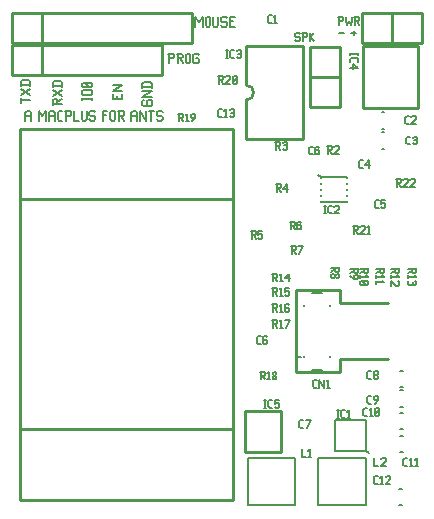
<source format=gbr>
G04 start of page 8 for group -4079 idx -4079 *
G04 Title: (unknown), topsilk *
G04 Creator: pcb 4.0.2 *
G04 CreationDate: Sun Feb  4 07:02:53 2018 UTC *
G04 For: jeroen *
G04 Format: Gerber/RS-274X *
G04 PCB-Dimensions (mil): 6000.00 5000.00 *
G04 PCB-Coordinate-Origin: lower left *
%MOIN*%
%FSLAX25Y25*%
%LNTOPSILK*%
%ADD47C,0.0060*%
%ADD46C,0.0080*%
%ADD45C,0.0059*%
%ADD44C,0.0100*%
G54D44*X437795Y202756D02*X452362D01*
Y225591D02*X468504D01*
X452362Y207087D02*X468504D01*
X452362D02*Y202756D01*
X437795Y229921D02*Y202756D01*
Y229921D02*X452362D01*
Y225591D01*
G54D45*X347638Y288951D02*Y286551D01*
Y288951D02*X348198Y289751D01*
X349078D01*
X349638Y288951D01*
Y286551D01*
X347638Y288151D02*X349638D01*
X352038Y289751D02*Y286551D01*
Y289751D02*X353238Y288151D01*
X354438Y289751D01*
Y286551D01*
X355398Y288951D02*Y286551D01*
Y288951D02*X355958Y289751D01*
X356838D01*
X357398Y288951D01*
Y286551D01*
X355398Y288151D02*X357398D01*
X358918Y286551D02*X359958D01*
X358358Y287111D02*X358918Y286551D01*
X358358Y289191D02*Y287111D01*
Y289191D02*X358918Y289751D01*
X359958D01*
X361318D02*Y286551D01*
X360918Y289751D02*X362518D01*
X362918Y289351D01*
Y288551D01*
X362518Y288151D02*X362918Y288551D01*
X361318Y288151D02*X362518D01*
X363878Y289751D02*Y286551D01*
X365478D01*
X366438Y289751D02*Y286951D01*
X366838Y286551D01*
X367638D01*
X368038Y286951D01*
Y289751D02*Y286951D01*
X370598Y289751D02*X370998Y289351D01*
X369398Y289751D02*X370598D01*
X368998Y289351D02*X369398Y289751D01*
X368998Y289351D02*Y288551D01*
X369398Y288151D01*
X370598D01*
X370998Y287751D01*
Y286951D01*
X370598Y286551D02*X370998Y286951D01*
X369398Y286551D02*X370598D01*
X368998Y286951D02*X369398Y286551D01*
X373398Y289751D02*Y286551D01*
Y289751D02*X374998D01*
X373398Y288311D02*X374598D01*
X375958Y289351D02*Y286951D01*
Y289351D02*X376358Y289751D01*
X377158D01*
X377558Y289351D01*
Y286951D01*
X377158Y286551D02*X377558Y286951D01*
X376358Y286551D02*X377158D01*
X375958Y286951D02*X376358Y286551D01*
X378518Y289751D02*X380118D01*
X380518Y289351D01*
Y288551D01*
X380118Y288151D02*X380518Y288551D01*
X378918Y288151D02*X380118D01*
X378918Y289751D02*Y286551D01*
X379558Y288151D02*X380518Y286551D01*
X382918Y288951D02*Y286551D01*
Y288951D02*X383478Y289751D01*
X384358D01*
X384918Y288951D01*
Y286551D01*
X382918Y288151D02*X384918D01*
X385878Y289751D02*Y286551D01*
Y289751D02*X387878Y286551D01*
Y289751D02*Y286551D01*
X388838Y289751D02*X390438D01*
X389638D02*Y286551D01*
X392998Y289751D02*X393398Y289351D01*
X391798Y289751D02*X392998D01*
X391398Y289351D02*X391798Y289751D01*
X391398Y289351D02*Y288551D01*
X391798Y288151D01*
X392998D01*
X393398Y287751D01*
Y286951D01*
X392998Y286551D02*X393398Y286951D01*
X391798Y286551D02*X392998D01*
X391398Y286951D02*X391798Y286551D01*
X346076Y294120D02*Y292520D01*
Y293320D02*X349276D01*
Y295080D02*X346076Y297080D01*
Y295080D02*X349276Y297080D01*
X346076Y298440D02*X349276D01*
X346076Y299480D02*X346636Y300040D01*
X348716D01*
X349276Y299480D02*X348716Y300040D01*
X349276Y299480D02*Y298040D01*
X346076Y299480D02*Y298040D01*
X356706Y293332D02*Y291732D01*
Y293332D02*X357106Y293732D01*
X357906D01*
X358306Y293332D02*X357906Y293732D01*
X358306Y293332D02*Y292132D01*
X356706D02*X359906D01*
X358306Y292772D02*X359906Y293732D01*
Y294692D02*X356706Y296692D01*
Y294692D02*X359906Y296692D01*
X356706Y298052D02*X359906D01*
X356706Y299092D02*X357266Y299652D01*
X359346D01*
X359906Y299092D02*X359346Y299652D01*
X359906Y299092D02*Y297652D01*
X356706Y299092D02*Y297652D01*
X366548Y294107D02*Y293307D01*
Y293707D02*X369748D01*
Y294107D02*Y293307D01*
X366948Y295067D02*X369348D01*
X366948D02*X366548Y295467D01*
Y296267D02*Y295467D01*
Y296267D02*X366948Y296667D01*
X369348D01*
X369748Y296267D02*X369348Y296667D01*
X369748Y296267D02*Y295467D01*
X369348Y295067D02*X369748Y295467D01*
X369348Y297627D02*X369748Y298027D01*
X366948Y297627D02*X369348D01*
X366948D02*X366548Y298027D01*
Y298827D02*Y298027D01*
Y298827D02*X366948Y299227D01*
X369348D01*
X369748Y298827D02*X369348Y299227D01*
X369748Y298827D02*Y298027D01*
X368948Y297627D02*X367348Y299227D01*
X378224Y294901D02*Y293701D01*
X379984Y295301D02*Y293701D01*
X376784D02*X379984D01*
X376784Y295301D02*Y293701D01*
Y296261D02*X379984D01*
X376784D02*X379984Y298261D01*
X376784D02*X379984D01*
X386627Y292939D02*X387027Y293339D01*
X386627Y292939D02*Y291739D01*
X387027Y291339D02*X386627Y291739D01*
X387027Y291339D02*X389427D01*
X389827Y291739D01*
Y292939D02*Y291739D01*
Y292939D02*X389427Y293339D01*
X388627D02*X389427D01*
X388227Y292939D02*X388627Y293339D01*
X388227Y292939D02*Y292139D01*
X386627Y294299D02*X389827D01*
X386627D02*X389827Y296299D01*
X386627D02*X389827D01*
X386627Y297659D02*X389827D01*
X386627Y298699D02*X387187Y299259D01*
X389267D01*
X389827Y298699D02*X389267Y299259D01*
X389827Y298699D02*Y297259D01*
X386627Y298699D02*Y297259D01*
X395479Y308846D02*Y305646D01*
X395079Y308846D02*X396679D01*
X397079Y308446D01*
Y307646D01*
X396679Y307246D02*X397079Y307646D01*
X395479Y307246D02*X396679D01*
X398039Y308846D02*X399639D01*
X400039Y308446D01*
Y307646D01*
X399639Y307246D02*X400039Y307646D01*
X398439Y307246D02*X399639D01*
X398439Y308846D02*Y305646D01*
X399079Y307246D02*X400039Y305646D01*
X400999Y308446D02*Y306046D01*
Y308446D02*X401399Y308846D01*
X402199D01*
X402599Y308446D01*
Y306046D01*
X402199Y305646D02*X402599Y306046D01*
X401399Y305646D02*X402199D01*
X400999Y306046D02*X401399Y305646D01*
X405159Y308846D02*X405559Y308446D01*
X403959Y308846D02*X405159D01*
X403559Y308446D02*X403959Y308846D01*
X403559Y308446D02*Y306046D01*
X403959Y305646D01*
X405159D01*
X405559Y306046D01*
Y306846D02*Y306046D01*
X405159Y307246D02*X405559Y306846D01*
X404359Y307246D02*X405159D01*
X404331Y321050D02*Y317850D01*
Y321050D02*X405531Y319450D01*
X406731Y321050D01*
Y317850D01*
X407691Y320650D02*Y318250D01*
Y320650D02*X408091Y321050D01*
X408891D01*
X409291Y320650D01*
Y318250D01*
X408891Y317850D02*X409291Y318250D01*
X408091Y317850D02*X408891D01*
X407691Y318250D02*X408091Y317850D01*
X410251Y321050D02*Y318250D01*
X410651Y317850D01*
X411451D01*
X411851Y318250D01*
Y321050D02*Y318250D01*
X414411Y321050D02*X414811Y320650D01*
X413211Y321050D02*X414411D01*
X412811Y320650D02*X413211Y321050D01*
X412811Y320650D02*Y319850D01*
X413211Y319450D01*
X414411D01*
X414811Y319050D01*
Y318250D01*
X414411Y317850D02*X414811Y318250D01*
X413211Y317850D02*X414411D01*
X412811Y318250D02*X413211Y317850D01*
X415771Y319610D02*X416971D01*
X415771Y317850D02*X417371D01*
X415771Y321050D02*Y317850D01*
Y321050D02*X417371D01*
X452256Y315722D02*X453856D01*
X456256D02*X457856D01*
X457056Y316522D02*Y314922D01*
G54D44*X345961Y160110D02*X416827D01*
X345961Y260504D02*Y160110D01*
Y260504D02*X416827D01*
Y160110D01*
X345961Y183732D02*X416827D01*
X345961Y260504D02*Y283732D01*
X416827D01*
Y260504D01*
X459803Y312323D02*X479803D01*
Y322323D02*Y312323D01*
X459803Y322323D02*X479803D01*
X459803D02*Y312323D01*
X469803Y322323D02*Y312323D01*
X459803Y322323D02*X469803D01*
X343110Y301772D02*X393110D01*
Y311772D02*Y301772D01*
X343110Y311772D02*X393110D01*
X343110D02*Y301772D01*
X353110Y311772D02*Y301772D01*
X343110Y311772D02*X353110D01*
X343110Y312323D02*X403110D01*
Y322323D02*Y312323D01*
X343110Y322323D02*X403110D01*
X343110D02*Y312323D01*
X353110Y322323D02*Y312323D01*
X343110Y322323D02*X353110D01*
X460191Y311287D02*Y290587D01*
X478491D01*
Y311287D01*
X460191D01*
G54D46*X466342Y289374D02*X467128D01*
X466342Y283864D02*X467128D01*
G54D44*X421209Y280366D02*X440209D01*
Y311366D02*Y280366D01*
X421209Y311366D02*X440209D01*
X421209Y293366D02*Y280366D01*
Y311366D02*Y298366D01*
Y293366D02*G75*G03X421209Y298366I0J2500D01*G01*
X442638Y311102D02*Y291102D01*
X452638D01*
Y311102D01*
X442638D01*
Y301102D02*X452638D01*
Y311102D01*
G54D46*X466342Y282681D02*X467128D01*
X466342Y277171D02*X467128D01*
G54D47*X446063Y267717D02*X454724D01*
Y267323D01*
Y265748D02*Y265354D01*
Y263780D02*Y263386D01*
Y261811D02*Y261417D01*
Y259843D02*Y259449D01*
X446063D01*
Y259843D01*
Y261417D02*Y261811D01*
Y263386D02*Y263780D01*
Y265354D02*Y265748D01*
Y267323D02*Y267717D01*
X445276Y268504D01*
X438583Y207677D02*X439370D01*
X449016Y208071D02*Y207677D01*
X443110Y203543D02*X446457D01*
X440354Y208071D02*Y207677D01*
X449016Y225000D02*Y224606D01*
X443110Y229134D02*X446457D01*
X440354Y225000D02*Y224606D01*
G54D44*X432709Y189908D02*Y176008D01*
X420909Y189908D02*X432709D01*
X420909D02*Y176008D01*
X432709D01*
G54D47*X421850Y158465D02*X437598D01*
X421850Y174213D02*Y158465D01*
Y174213D02*X437598D01*
Y158465D01*
X450984Y176378D02*X461220D01*
X450984Y186614D02*Y176378D01*
Y186614D02*X461220D01*
Y176378D01*
X462008Y175591D01*
X445276Y158465D02*X461024D01*
X445276Y174213D02*Y158465D01*
Y174213D02*X461024D01*
Y158465D01*
G54D46*X472638Y181495D02*X473424D01*
X472638Y175985D02*X473424D01*
X472638Y189172D02*X473424D01*
X472638Y183662D02*X473424D01*
X472638Y196653D02*X473424D01*
X472638Y191143D02*X473424D01*
X472638Y203149D02*X473424D01*
X472638Y197639D02*X473424D01*
X472245Y163779D02*X473031D01*
X472245Y158269D02*X473031D01*
G54D45*X425787Y202884D02*X427107D01*
X427437Y202554D01*
Y201894D01*
X427107Y201564D02*X427437Y201894D01*
X426117Y201564D02*X427107D01*
X426117Y202884D02*Y200244D01*
X426645Y201564D02*X427437Y200244D01*
X428229Y202356D02*X428757Y202884D01*
Y200244D01*
X428229D02*X429219D01*
X430011Y200574D02*X430341Y200244D01*
X430011Y201102D02*Y200574D01*
Y201102D02*X430473Y201564D01*
X430869D01*
X431331Y201102D01*
Y200574D01*
X431001Y200244D02*X431331Y200574D01*
X430341Y200244D02*X431001D01*
X430011Y202026D02*X430473Y201564D01*
X430011Y202554D02*Y202026D01*
Y202554D02*X430341Y202884D01*
X431001D01*
X431331Y202554D01*
Y202026D01*
X430869Y201564D02*X431331Y202026D01*
X429921Y220207D02*X431241D01*
X431571Y219877D01*
Y219217D01*
X431241Y218887D02*X431571Y219217D01*
X430251Y218887D02*X431241D01*
X430251Y220207D02*Y217567D01*
X430779Y218887D02*X431571Y217567D01*
X432363Y219679D02*X432891Y220207D01*
Y217567D01*
X432363D02*X433353D01*
X434475D02*X435795Y220207D01*
X434145D02*X435795D01*
X425265Y212055D02*X426123D01*
X424803Y212517D02*X425265Y212055D01*
X424803Y214233D02*Y212517D01*
Y214233D02*X425265Y214695D01*
X426123D01*
X427905D02*X428235Y214365D01*
X427245Y214695D02*X427905D01*
X426915Y214365D02*X427245Y214695D01*
X426915Y214365D02*Y212385D01*
X427245Y212055D01*
X427905Y213507D02*X428235Y213177D01*
X426915Y213507D02*X427905D01*
X427245Y212055D02*X427905D01*
X428235Y212385D01*
Y213177D02*Y212385D01*
X429921Y225325D02*X431241D01*
X431571Y224995D01*
Y224335D01*
X431241Y224005D02*X431571Y224335D01*
X430251Y224005D02*X431241D01*
X430251Y225325D02*Y222685D01*
X430779Y224005D02*X431571Y222685D01*
X432363Y224797D02*X432891Y225325D01*
Y222685D01*
X432363D02*X433353D01*
X435135Y225325D02*X435465Y224995D01*
X434475Y225325D02*X435135D01*
X434145Y224995D02*X434475Y225325D01*
X434145Y224995D02*Y223015D01*
X434475Y222685D01*
X435135Y224137D02*X435465Y223807D01*
X434145Y224137D02*X435135D01*
X434475Y222685D02*X435135D01*
X435465Y223015D01*
Y223807D02*Y223015D01*
X443966Y197487D02*X444824D01*
X443504Y197949D02*X443966Y197487D01*
X443504Y199665D02*Y197949D01*
Y199665D02*X443966Y200127D01*
X444824D01*
X445616D02*Y197487D01*
Y200127D02*X447266Y197487D01*
Y200127D02*Y197487D01*
X448058Y199599D02*X448586Y200127D01*
Y197487D01*
X448058D02*X449048D01*
X427189Y193423D02*X427849D01*
X427519D02*Y190783D01*
X427189D02*X427849D01*
X429103D02*X429961D01*
X428641Y191245D02*X429103Y190783D01*
X428641Y192961D02*Y191245D01*
Y192961D02*X429103Y193423D01*
X429961D01*
X430753D02*X432073D01*
X430753D02*Y192103D01*
X431083Y192433D01*
X431743D01*
X432073Y192103D01*
Y191113D01*
X431743Y190783D02*X432073Y191113D01*
X431083Y190783D02*X431743D01*
X430753Y191113D02*X431083Y190783D01*
X451378Y190088D02*X452038D01*
X451708D02*Y187448D01*
X451378D02*X452038D01*
X453292D02*X454150D01*
X452830Y187910D02*X453292Y187448D01*
X452830Y189626D02*Y187910D01*
Y189626D02*X453292Y190088D01*
X454150D01*
X454942Y189560D02*X455470Y190088D01*
Y187448D01*
X454942D02*X455932D01*
X439438Y184102D02*X440296D01*
X438976Y184564D02*X439438Y184102D01*
X438976Y186280D02*Y184564D01*
Y186280D02*X439438Y186742D01*
X440296D01*
X441418Y184102D02*X442738Y186742D01*
X441088D02*X442738D01*
X474084Y171307D02*X474942D01*
X473622Y171769D02*X474084Y171307D01*
X473622Y173485D02*Y171769D01*
Y173485D02*X474084Y173947D01*
X474942D01*
X475734Y173419D02*X476262Y173947D01*
Y171307D01*
X475734D02*X476724D01*
X477516Y173419D02*X478044Y173947D01*
Y171307D01*
X477516D02*X478506D01*
X439764Y177096D02*Y174456D01*
X441084D01*
X441876Y176568D02*X442404Y177096D01*
Y174456D01*
X441876D02*X442866D01*
X463976Y174143D02*Y171503D01*
X465296D01*
X466088Y173813D02*X466418Y174143D01*
X467408D01*
X467738Y173813D01*
Y173153D01*
X466088Y171503D02*X467738Y173153D01*
X466088Y171503D02*X467738D01*
X464241Y165401D02*X465099D01*
X463779Y165863D02*X464241Y165401D01*
X463779Y167579D02*Y165863D01*
Y167579D02*X464241Y168041D01*
X465099D01*
X465891Y167513D02*X466419Y168041D01*
Y165401D01*
X465891D02*X466881D01*
X467673Y167711D02*X468003Y168041D01*
X468993D01*
X469323Y167711D01*
Y167051D01*
X467673Y165401D02*X469323Y167051D01*
X467673Y165401D02*X469323D01*
X460698Y188039D02*X461556D01*
X460236Y188501D02*X460698Y188039D01*
X460236Y190217D02*Y188501D01*
Y190217D02*X460698Y190679D01*
X461556D01*
X462348Y190151D02*X462876Y190679D01*
Y188039D01*
X462348D02*X463338D01*
X464130Y188369D02*X464460Y188039D01*
X464130Y190349D02*Y188369D01*
Y190349D02*X464460Y190679D01*
X465120D01*
X465450Y190349D01*
Y188369D01*
X465120Y188039D02*X465450Y188369D01*
X464460Y188039D02*X465120D01*
X464130Y188699D02*X465450Y190019D01*
X462076Y192173D02*X462934D01*
X461614Y192635D02*X462076Y192173D01*
X461614Y194351D02*Y192635D01*
Y194351D02*X462076Y194813D01*
X462934D01*
X464056Y192173D02*X465046Y193493D01*
Y194483D02*Y193493D01*
X464716Y194813D02*X465046Y194483D01*
X464056Y194813D02*X464716D01*
X463726Y194483D02*X464056Y194813D01*
X463726Y194483D02*Y193823D01*
X464056Y193493D01*
X465046D01*
X462076Y200441D02*X462934D01*
X461614Y200903D02*X462076Y200441D01*
X461614Y202619D02*Y200903D01*
Y202619D02*X462076Y203081D01*
X462934D01*
X463726Y200771D02*X464056Y200441D01*
X463726Y201299D02*Y200771D01*
Y201299D02*X464188Y201761D01*
X464584D01*
X465046Y201299D01*
Y200771D01*
X464716Y200441D02*X465046Y200771D01*
X464056Y200441D02*X464716D01*
X463726Y202223D02*X464188Y201761D01*
X463726Y202751D02*Y202223D01*
Y202751D02*X464056Y203081D01*
X464716D01*
X465046Y202751D01*
Y202223D01*
X464584Y201761D02*X465046Y202223D01*
X452259Y320970D02*Y318330D01*
X451929Y320970D02*X453249D01*
X453579Y320640D01*
Y319980D01*
X453249Y319650D02*X453579Y319980D01*
X452259Y319650D02*X453249D01*
X454371Y320970D02*Y319650D01*
X454701Y318330D01*
X455361Y319650D01*
X456021Y318330D01*
X456351Y319650D01*
Y320970D02*Y319650D01*
X457143Y320970D02*X458463D01*
X458793Y320640D01*
Y319980D01*
X458463Y319650D02*X458793Y319980D01*
X457473Y319650D02*X458463D01*
X457473Y320970D02*Y318330D01*
X458001Y319650D02*X458793Y318330D01*
X428808Y318944D02*X429666D01*
X428346Y319406D02*X428808Y318944D01*
X428346Y321122D02*Y319406D01*
Y321122D02*X428808Y321584D01*
X429666D01*
X430458Y321056D02*X430986Y321584D01*
Y318944D01*
X430458D02*X431448D01*
X458571Y308924D02*Y308264D01*
X455931Y308594D02*X458571D01*
X455931Y308924D02*Y308264D01*
Y307010D02*Y306152D01*
X456393Y307472D02*X455931Y307010D01*
X456393Y307472D02*X458109D01*
X458571Y307010D01*
Y306152D01*
X456921Y305360D02*X458571Y304040D01*
X456921Y305360D02*Y303710D01*
X455931Y304040D02*X458571D01*
X414535Y310064D02*X415195D01*
X414865D02*Y307424D01*
X414535D02*X415195D01*
X416449D02*X417307D01*
X415987Y307886D02*X416449Y307424D01*
X415987Y309602D02*Y307886D01*
Y309602D02*X416449Y310064D01*
X417307D01*
X418099Y309734D02*X418429Y310064D01*
X419089D01*
X419419Y309734D01*
X419089Y307424D02*X419419Y307754D01*
X418429Y307424D02*X419089D01*
X418099Y307754D02*X418429Y307424D01*
Y308876D02*X419089D01*
X419419Y309734D02*Y309206D01*
Y308546D02*Y307754D01*
Y308546D02*X419089Y308876D01*
X419419Y309206D02*X419089Y308876D01*
X411811Y301435D02*X413131D01*
X413461Y301105D01*
Y300445D01*
X413131Y300115D02*X413461Y300445D01*
X412141Y300115D02*X413131D01*
X412141Y301435D02*Y298795D01*
X412669Y300115D02*X413461Y298795D01*
X414253Y301105D02*X414583Y301435D01*
X415573D01*
X415903Y301105D01*
Y300445D01*
X414253Y298795D02*X415903Y300445D01*
X414253Y298795D02*X415903D01*
X416695Y299125D02*X417025Y298795D01*
X416695Y301105D02*Y299125D01*
Y301105D02*X417025Y301435D01*
X417685D01*
X418015Y301105D01*
Y299125D01*
X417685Y298795D02*X418015Y299125D01*
X417025Y298795D02*X417685D01*
X416695Y299455D02*X418015Y300775D01*
X438840Y315852D02*X439170Y315522D01*
X437850Y315852D02*X438840D01*
X437520Y315522D02*X437850Y315852D01*
X437520Y315522D02*Y314862D01*
X437850Y314532D01*
X438840D01*
X439170Y314202D01*
Y313542D01*
X438840Y313212D02*X439170Y313542D01*
X437850Y313212D02*X438840D01*
X437520Y313542D02*X437850Y313212D01*
X440292Y315852D02*Y313212D01*
X439962Y315852D02*X441282D01*
X441612Y315522D01*
Y314862D01*
X441282Y314532D02*X441612Y314862D01*
X440292Y314532D02*X441282D01*
X442404Y315852D02*Y313212D01*
Y314532D02*X443724Y315852D01*
X442404Y314532D02*X443724Y313212D01*
X398570Y288892D02*X399890D01*
X400220Y288562D01*
Y287902D01*
X399890Y287572D02*X400220Y287902D01*
X398900Y287572D02*X399890D01*
X398900Y288892D02*Y286252D01*
X399428Y287572D02*X400220Y286252D01*
X401012Y288364D02*X401540Y288892D01*
Y286252D01*
X401012D02*X402002D01*
X403124D02*X404114Y287572D01*
Y288562D02*Y287572D01*
X403784Y288892D02*X404114Y288562D01*
X403124Y288892D02*X403784D01*
X402794Y288562D02*X403124Y288892D01*
X402794Y288562D02*Y287902D01*
X403124Y287572D01*
X404114D01*
X412273Y287645D02*X413131D01*
X411811Y288107D02*X412273Y287645D01*
X411811Y289823D02*Y288107D01*
Y289823D02*X412273Y290285D01*
X413131D01*
X413923Y289757D02*X414451Y290285D01*
Y287645D01*
X413923D02*X414913D01*
X415705Y289955D02*X416035Y290285D01*
X416695D01*
X417025Y289955D01*
X416695Y287645D02*X417025Y287975D01*
X416035Y287645D02*X416695D01*
X415705Y287975D02*X416035Y287645D01*
Y289097D02*X416695D01*
X417025Y289955D02*Y289427D01*
Y288767D02*Y287975D01*
Y288767D02*X416695Y289097D01*
X417025Y289427D02*X416695Y289097D01*
X474677Y285288D02*X475535D01*
X474215Y285750D02*X474677Y285288D01*
X474215Y287466D02*Y285750D01*
Y287466D02*X474677Y287928D01*
X475535D01*
X476327Y287598D02*X476657Y287928D01*
X477647D01*
X477977Y287598D01*
Y286938D01*
X476327Y285288D02*X477977Y286938D01*
X476327Y285288D02*X477977D01*
X475070Y278595D02*X475928D01*
X474608Y279057D02*X475070Y278595D01*
X474608Y280773D02*Y279057D01*
Y280773D02*X475070Y281235D01*
X475928D01*
X476720Y280905D02*X477050Y281235D01*
X477710D01*
X478040Y280905D01*
X477710Y278595D02*X478040Y278925D01*
X477050Y278595D02*X477710D01*
X476720Y278925D02*X477050Y278595D01*
Y280047D02*X477710D01*
X478040Y280905D02*Y280377D01*
Y279717D02*Y278925D01*
Y279717D02*X477710Y280047D01*
X478040Y280377D02*X477710Y280047D01*
X430905Y279459D02*X432225D01*
X432555Y279129D01*
Y278469D01*
X432225Y278139D02*X432555Y278469D01*
X431235Y278139D02*X432225D01*
X431235Y279459D02*Y276819D01*
X431763Y278139D02*X432555Y276819D01*
X433347Y279129D02*X433677Y279459D01*
X434337D01*
X434667Y279129D01*
X434337Y276819D02*X434667Y277149D01*
X433677Y276819D02*X434337D01*
X433347Y277149D02*X433677Y276819D01*
Y278271D02*X434337D01*
X434667Y279129D02*Y278601D01*
Y277941D02*Y277149D01*
Y277941D02*X434337Y278271D01*
X434667Y278601D02*X434337Y278271D01*
X459320Y270716D02*X460178D01*
X458858Y271178D02*X459320Y270716D01*
X458858Y272894D02*Y271178D01*
Y272894D02*X459320Y273356D01*
X460178D01*
X460970Y271706D02*X462290Y273356D01*
X460970Y271706D02*X462620D01*
X462290Y273356D02*Y270716D01*
X448031Y278081D02*X449351D01*
X449681Y277751D01*
Y277091D01*
X449351Y276761D02*X449681Y277091D01*
X448361Y276761D02*X449351D01*
X448361Y278081D02*Y275441D01*
X448889Y276761D02*X449681Y275441D01*
X450473Y277751D02*X450803Y278081D01*
X451793D01*
X452123Y277751D01*
Y277091D01*
X450473Y275441D02*X452123Y277091D01*
X450473Y275441D02*X452123D01*
X442588Y275244D02*X443446D01*
X442126Y275706D02*X442588Y275244D01*
X442126Y277422D02*Y275706D01*
Y277422D02*X442588Y277884D01*
X443446D01*
X445228D02*X445558Y277554D01*
X444568Y277884D02*X445228D01*
X444238Y277554D02*X444568Y277884D01*
X444238Y277554D02*Y275574D01*
X444568Y275244D01*
X445228Y276696D02*X445558Y276366D01*
X444238Y276696D02*X445228D01*
X444568Y275244D02*X445228D01*
X445558Y275574D01*
Y276366D02*Y275574D01*
X471102Y266923D02*X472422D01*
X472752Y266593D01*
Y265933D01*
X472422Y265603D02*X472752Y265933D01*
X471432Y265603D02*X472422D01*
X471432Y266923D02*Y264283D01*
X471960Y265603D02*X472752Y264283D01*
X473544Y266593D02*X473874Y266923D01*
X474864D01*
X475194Y266593D01*
Y265933D01*
X473544Y264283D02*X475194Y265933D01*
X473544Y264283D02*X475194D01*
X475986Y266593D02*X476316Y266923D01*
X477306D01*
X477636Y266593D01*
Y265933D01*
X475986Y264283D02*X477636Y265933D01*
X475986Y264283D02*X477636D01*
X431102Y265482D02*X432422D01*
X432752Y265152D01*
Y264492D01*
X432422Y264162D02*X432752Y264492D01*
X431432Y264162D02*X432422D01*
X431432Y265482D02*Y262842D01*
X431960Y264162D02*X432752Y262842D01*
X433544Y263832D02*X434864Y265482D01*
X433544Y263832D02*X435194D01*
X434864Y265482D02*Y262842D01*
X422834Y249734D02*X424154D01*
X424484Y249404D01*
Y248744D01*
X424154Y248414D02*X424484Y248744D01*
X423164Y248414D02*X424154D01*
X423164Y249734D02*Y247094D01*
X423692Y248414D02*X424484Y247094D01*
X425276Y249734D02*X426596D01*
X425276D02*Y248414D01*
X425606Y248744D01*
X426266D01*
X426596Y248414D01*
Y247424D01*
X426266Y247094D02*X426596Y247424D01*
X425606Y247094D02*X426266D01*
X425276Y247424D02*X425606Y247094D01*
X435826Y252884D02*X437146D01*
X437476Y252554D01*
Y251894D01*
X437146Y251564D02*X437476Y251894D01*
X436156Y251564D02*X437146D01*
X436156Y252884D02*Y250244D01*
X436684Y251564D02*X437476Y250244D01*
X439258Y252884D02*X439588Y252554D01*
X438598Y252884D02*X439258D01*
X438268Y252554D02*X438598Y252884D01*
X438268Y252554D02*Y250574D01*
X438598Y250244D01*
X439258Y251696D02*X439588Y251366D01*
X438268Y251696D02*X439258D01*
X438598Y250244D02*X439258D01*
X439588Y250574D01*
Y251366D02*Y250574D01*
X436023Y244616D02*X437343D01*
X437673Y244286D01*
Y243626D01*
X437343Y243296D02*X437673Y243626D01*
X436353Y243296D02*X437343D01*
X436353Y244616D02*Y241976D01*
X436881Y243296D02*X437673Y241976D01*
X438795D02*X440115Y244616D01*
X438465D02*X440115D01*
X429921Y230836D02*X431241D01*
X431571Y230506D01*
Y229846D01*
X431241Y229516D02*X431571Y229846D01*
X430251Y229516D02*X431241D01*
X430251Y230836D02*Y228196D01*
X430779Y229516D02*X431571Y228196D01*
X432363Y230308D02*X432891Y230836D01*
Y228196D01*
X432363D02*X433353D01*
X434145Y230836D02*X435465D01*
X434145D02*Y229516D01*
X434475Y229846D01*
X435135D01*
X435465Y229516D01*
Y228526D01*
X435135Y228196D02*X435465Y228526D01*
X434475Y228196D02*X435135D01*
X434145Y228526D02*X434475Y228196D01*
X429921Y235561D02*X431241D01*
X431571Y235231D01*
Y234571D01*
X431241Y234241D02*X431571Y234571D01*
X430251Y234241D02*X431241D01*
X430251Y235561D02*Y232921D01*
X430779Y234241D02*X431571Y232921D01*
X432363Y235033D02*X432891Y235561D01*
Y232921D01*
X432363D02*X433353D01*
X434145Y233911D02*X435465Y235561D01*
X434145Y233911D02*X435795D01*
X435465Y235561D02*Y232921D01*
X467057Y237402D02*Y236082D01*
X466727Y235752D01*
X466067D02*X466727D01*
X465737Y236082D02*X466067Y235752D01*
X465737Y237072D02*Y236082D01*
X464417Y237072D02*X467057D01*
X465737Y236544D02*X464417Y235752D01*
X466529Y234960D02*X467057Y234432D01*
X464417D02*X467057D01*
X464417Y234960D02*Y233970D01*
X466529Y233178D02*X467057Y232650D01*
X464417D02*X467057D01*
X464417Y233178D02*Y232188D01*
X472175Y237402D02*Y236082D01*
X471845Y235752D01*
X471185D02*X471845D01*
X470855Y236082D02*X471185Y235752D01*
X470855Y237072D02*Y236082D01*
X469535Y237072D02*X472175D01*
X470855Y236544D02*X469535Y235752D01*
X471647Y234960D02*X472175Y234432D01*
X469535D02*X472175D01*
X469535Y234960D02*Y233970D01*
X471845Y233178D02*X472175Y232848D01*
Y231858D01*
X471845Y231528D01*
X471185D02*X471845D01*
X469535Y233178D02*X471185Y231528D01*
X469535Y233178D02*Y231528D01*
X461742Y237402D02*Y236082D01*
X461412Y235752D01*
X460752D02*X461412D01*
X460422Y236082D02*X460752Y235752D01*
X460422Y237072D02*Y236082D01*
X459102Y237072D02*X461742D01*
X460422Y236544D02*X459102Y235752D01*
X461214Y234960D02*X461742Y234432D01*
X459102D02*X461742D01*
X459102Y234960D02*Y233970D01*
X459432Y233178D02*X459102Y232848D01*
X459432Y233178D02*X461412D01*
X461742Y232848D01*
Y232188D01*
X461412Y231858D01*
X459432D02*X461412D01*
X459102Y232188D02*X459432Y231858D01*
X459102Y232848D02*Y232188D01*
X459762Y233178D02*X461082Y231858D01*
X458396Y237402D02*Y236082D01*
X458066Y235752D01*
X457406D02*X458066D01*
X457076Y236082D02*X457406Y235752D01*
X457076Y237072D02*Y236082D01*
X455756Y237072D02*X458396D01*
X457076Y236544D02*X455756Y235752D01*
Y234630D02*X457076Y233640D01*
X458066D01*
X458396Y233970D02*X458066Y233640D01*
X458396Y234630D02*Y233970D01*
X458066Y234960D02*X458396Y234630D01*
X457406Y234960D02*X458066D01*
X457406D02*X457076Y234630D01*
Y233640D01*
X477884Y237402D02*Y236082D01*
X477554Y235752D01*
X476894D02*X477554D01*
X476564Y236082D02*X476894Y235752D01*
X476564Y237072D02*Y236082D01*
X475244Y237072D02*X477884D01*
X476564Y236544D02*X475244Y235752D01*
X477356Y234960D02*X477884Y234432D01*
X475244D02*X477884D01*
X475244Y234960D02*Y233970D01*
X477554Y233178D02*X477884Y232848D01*
Y232188D01*
X477554Y231858D01*
X475244Y232188D02*X475574Y231858D01*
X475244Y232848D02*Y232188D01*
X475574Y233178D02*X475244Y232848D01*
X476696D02*Y232188D01*
X477026Y231858D02*X477554D01*
X475574D02*X476366D01*
X476696Y232188D01*
X477026Y231858D02*X476696Y232188D01*
X452293Y237796D02*Y236476D01*
X451963Y236146D01*
X451303D02*X451963D01*
X450973Y236476D02*X451303Y236146D01*
X450973Y237466D02*Y236476D01*
X449653Y237466D02*X452293D01*
X450973Y236938D02*X449653Y236146D01*
X449983Y235354D02*X449653Y235024D01*
X449983Y235354D02*X450511D01*
X450973Y234892D01*
Y234496D01*
X450511Y234034D01*
X449983D02*X450511D01*
X449653Y234364D02*X449983Y234034D01*
X449653Y235024D02*Y234364D01*
X451435Y235354D02*X450973Y234892D01*
X451435Y235354D02*X451963D01*
X452293Y235024D01*
Y234364D01*
X451963Y234034D01*
X451435D02*X451963D01*
X450973Y234496D02*X451435Y234034D01*
X447244Y258051D02*X447854D01*
X447549D02*Y255611D01*
X447244D02*X447854D01*
X449013D02*X449806D01*
X448586Y256038D02*X449013Y255611D01*
X448586Y257624D02*Y256038D01*
Y257624D02*X449013Y258051D01*
X449806D01*
X450538Y257746D02*X450843Y258051D01*
X451758D01*
X452063Y257746D01*
Y257136D01*
X450538Y255611D02*X452063Y257136D01*
X450538Y255611D02*X452063D01*
X464635Y257330D02*X465493D01*
X464173Y257792D02*X464635Y257330D01*
X464173Y259508D02*Y257792D01*
Y259508D02*X464635Y259970D01*
X465493D01*
X466285D02*X467605D01*
X466285D02*Y258650D01*
X466615Y258980D01*
X467275D01*
X467605Y258650D01*
Y257660D01*
X467275Y257330D02*X467605Y257660D01*
X466615Y257330D02*X467275D01*
X466285Y257660D02*X466615Y257330D01*
X456732Y251490D02*X458052D01*
X458382Y251160D01*
Y250500D01*
X458052Y250170D02*X458382Y250500D01*
X457062Y250170D02*X458052D01*
X457062Y251490D02*Y248850D01*
X457590Y250170D02*X458382Y248850D01*
X459174Y251160D02*X459504Y251490D01*
X460494D01*
X460824Y251160D01*
Y250500D01*
X459174Y248850D02*X460824Y250500D01*
X459174Y248850D02*X460824D01*
X461616Y250962D02*X462144Y251490D01*
Y248850D01*
X461616D02*X462606D01*
M02*

</source>
